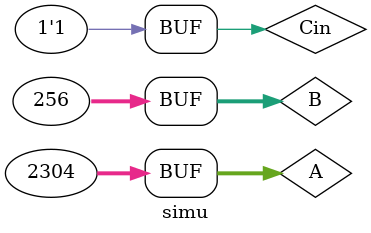
<source format=v>
`timescale 1ns / 1ps


module simu;
    reg [31:0] A, B;
    reg Cin;
    wire [31:0] F;
    wire Cout;

    LCA_32 uut(
        .A(A),
        .B(B),
        .C0(Cin),
        .C2(Cout),
        .F(F)
    );

    initial begin
        A = 32'h0000_0000;
        B = 32'h0000_0000;
        Cin = 1'b0;

        #100;
        A = 32'hffff_ffff;
        B = 32'h0000_0001;
        #100;
        A = 32'h0000_ffff;
        B = 32'hffff_0000;
        Cin = 1'b1;
        #100;
        A = 32'h0000_0900;
        B = 32'h0000_0100;

    end
endmodule

</source>
